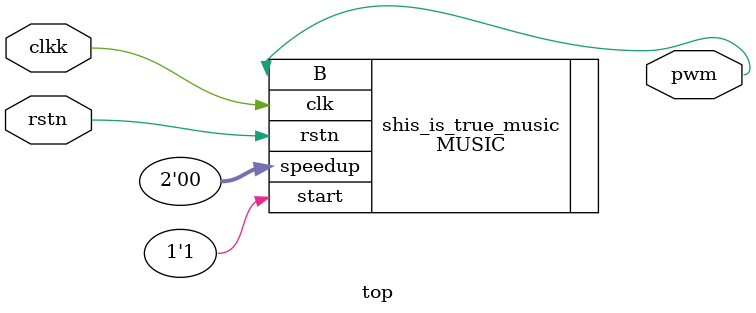
<source format=v>
module top(
    input clkk,           // 系统时钟
    input rstn,          // 系统复位信号，低电平有效
    output pwm     // 音频输出信号
);

// 你的音频生成模块实例
MUSIC shis_is_true_music (
    .clk(clkk),             // 输入时钟
    .start(1'b1),
    .rstn(rstn),           // 输入复位
    .speedup(2'b00),     // 控制音符速度
    .B(pwm)  // 输出音频信号
);

endmodule

</source>
